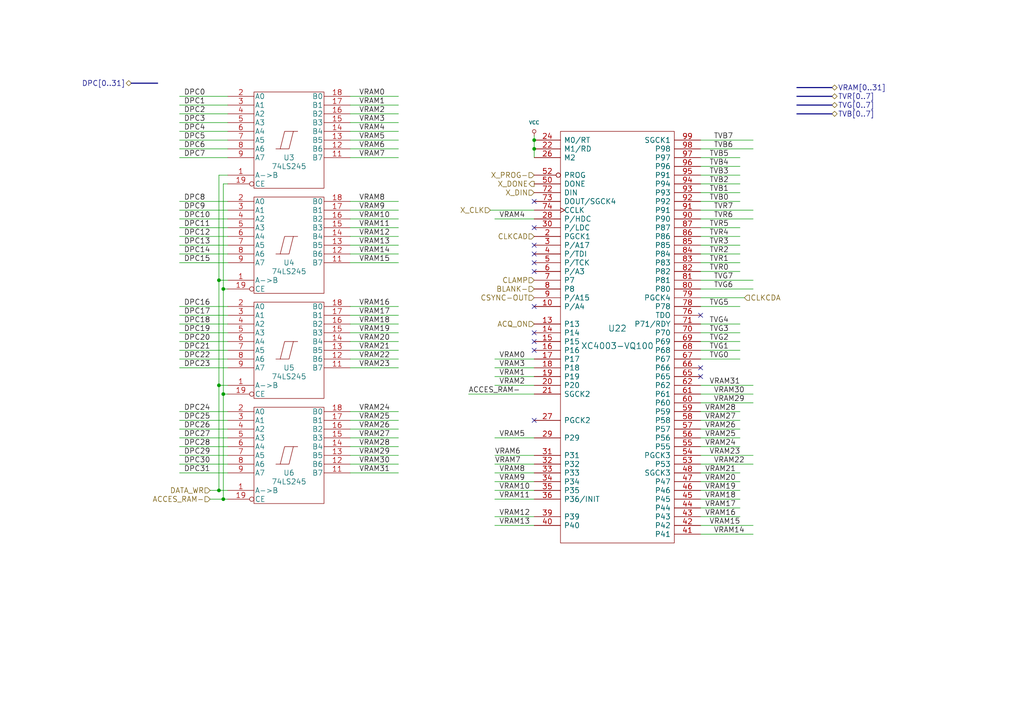
<source format=kicad_sch>
(kicad_sch (version 20210126) (generator eeschema)
  (paper "A4")
  (title_block (title "Video") (date "Sun 22 Mar 2015") (rev "2.0B") (company "Kicad EDA"))
  (lib_symbols
    (symbol "video_schlib:74LS245" (pin_names (offset 0.254))
      (property "Reference" "U" (at 2.54 14.605 0))
      (property "Value" "74LS245" (at 1.27 -14.605 0))
      (symbol "74LS245_0_0"
        (pin power_in line (at 0 -13.97 90) (length 0) hide (name "GND") (number "10"))
        (pin power_in line (at 0 13.97 270) (length 0) hide (name "VCC") (number "20"))
      )
      (symbol "74LS245_0_1"
        (rectangle (start -10.16 13.97) (end 10.16 -13.97))
        (polyline (pts (xy 1.27 2.54) (xy 0 -2.54) (xy -2.54 -2.54)))
        (polyline (pts (xy 2.54 2.54) (xy -1.27 2.54) (xy -2.54 -2.54) (xy -3.81 -2.54)))
      )
      (symbol "74LS245_1_1"
        (pin input line (at -17.78 -10.16 0) (length 7.62) (name "A->B") (number "1"))
        (pin tri_state line (at 17.78 -5.08 180) (length 7.62) (name "B7") (number "11"))
        (pin tri_state line (at 17.78 -2.54 180) (length 7.62) (name "B6") (number "12"))
        (pin tri_state line (at 17.78 0 180) (length 7.62) (name "B5") (number "13"))
        (pin tri_state line (at 17.78 2.54 180) (length 7.62) (name "B4") (number "14"))
        (pin tri_state line (at 17.78 5.08 180) (length 7.62) (name "B3") (number "15"))
        (pin tri_state line (at 17.78 7.62 180) (length 7.62) (name "B2") (number "16"))
        (pin tri_state line (at 17.78 10.16 180) (length 7.62) (name "B1") (number "17"))
        (pin tri_state line (at 17.78 12.7 180) (length 7.62) (name "B0") (number "18"))
        (pin input inverted (at -17.78 -12.7 0) (length 7.62) (name "CE") (number "19"))
        (pin tri_state line (at -17.78 12.7 0) (length 7.62) (name "A0") (number "2"))
        (pin tri_state line (at -17.78 10.16 0) (length 7.62) (name "A1") (number "3"))
        (pin tri_state line (at -17.78 7.62 0) (length 7.62) (name "A2") (number "4"))
        (pin tri_state line (at -17.78 5.08 0) (length 7.62) (name "A3") (number "5"))
        (pin tri_state line (at -17.78 2.54 0) (length 7.62) (name "A4") (number "6"))
        (pin tri_state line (at -17.78 0 0) (length 7.62) (name "A5") (number "7"))
        (pin tri_state line (at -17.78 -2.54 0) (length 7.62) (name "A6") (number "8"))
        (pin tri_state line (at -17.78 -5.08 0) (length 7.62) (name "A7") (number "9"))
      )
    )
    (symbol "video_schlib:VCC" (power) (pin_names (offset 0))
      (property "Value" "VCC" (at 0 2.54 0))
      (symbol "VCC_0_0"
        (pin power_in line (at 0 0 90) (length 0) hide (name "VCC") (number "1"))
      )
      (symbol "VCC_0_1"
        (circle (center 0 1.27) (radius 0.508))
        (polyline (pts (xy 0 0) (xy 0 0.762) (xy 0 0.762)))
      )
    )
    (symbol "video_schlib:XC4003-VQ100" (pin_names (offset 1.016))
      (property "Reference" "U" (at 0 2.54 0))
      (property "Value" "XC4003-VQ100" (at 0 -2.54 0))
      (symbol "XC4003-VQ100_0_1"
        (rectangle (start -16.51 -59.69) (end 16.51 59.69))
      )
      (symbol "XC4003-VQ100_1_1"
        (pin power_in line (at -13.97 -59.69 90) (length 0) hide (name "GND") (number "1"))
        (pin passive line (at -24.13 8.89 0) (length 7.62) (name "P/A4") (number "10"))
        (pin power_in line (at 3.81 59.69 270) (length 0) hide (name "VCC") (number "100"))
        (pin power_in line (at -11.43 -59.69 90) (length 0) hide (name "GND") (number "11"))
        (pin power_in line (at -13.97 59.69 270) (length 0) hide (name "VCC") (number "12"))
        (pin bidirectional line (at -24.13 3.81 0) (length 7.62) (name "P13") (number "13"))
        (pin passive line (at -24.13 1.27 0) (length 7.62) (name "P14") (number "14"))
        (pin passive line (at -24.13 -1.27 0) (length 7.62) (name "P15") (number "15"))
        (pin passive line (at -24.13 -3.81 0) (length 7.62) (name "P16") (number "16"))
        (pin passive line (at -24.13 -6.35 0) (length 7.62) (name "P17") (number "17"))
        (pin passive line (at -24.13 -8.89 0) (length 7.62) (name "P18") (number "18"))
        (pin passive line (at -24.13 -11.43 0) (length 7.62) (name "P19") (number "19"))
        (pin passive line (at -24.13 29.21 0) (length 7.62) (name "PGCK1") (number "2"))
        (pin passive line (at -24.13 -13.97 0) (length 7.62) (name "P20") (number "20"))
        (pin passive line (at -24.13 -16.51 0) (length 7.62) (name "SGCK2") (number "21"))
        (pin input line (at -24.13 54.61 0) (length 7.62) (name "M1/RD") (number "22"))
        (pin power_in line (at -8.89 -59.69 90) (length 0) hide (name "GND") (number "23"))
        (pin input line (at -24.13 57.15 0) (length 7.62) (name "M0/RT") (number "24"))
        (pin power_in line (at -11.43 59.69 270) (length 0) hide (name "VCC") (number "25"))
        (pin passive line (at -24.13 52.07 0) (length 7.62) (name "M2") (number "26"))
        (pin passive line (at -24.13 -24.13 0) (length 7.62) (name "PGCK2") (number "27"))
        (pin passive line (at -24.13 34.29 0) (length 7.62) (name "P/HDC") (number "28"))
        (pin passive line (at -24.13 -29.21 0) (length 7.62) (name "P29") (number "29"))
        (pin passive line (at -24.13 26.67 0) (length 7.62) (name "P/A17") (number "3"))
        (pin passive line (at -24.13 31.75 0) (length 7.62) (name "P/LDC") (number "30"))
        (pin passive line (at -24.13 -34.29 0) (length 7.62) (name "P31") (number "31"))
        (pin passive line (at -24.13 -36.83 0) (length 7.62) (name "P32") (number "32"))
        (pin passive line (at -24.13 -39.37 0) (length 7.62) (name "P33") (number "33"))
        (pin passive line (at -24.13 -41.91 0) (length 7.62) (name "P34") (number "34"))
        (pin passive line (at -24.13 -44.45 0) (length 7.62) (name "P35") (number "35"))
        (pin passive line (at -24.13 -46.99 0) (length 7.62) (name "P36/INIT") (number "36"))
        (pin power_in line (at -8.89 59.69 270) (length 0) hide (name "VCC") (number "37"))
        (pin power_in line (at -6.35 -59.69 90) (length 0) hide (name "GND") (number "38"))
        (pin passive line (at -24.13 -52.07 0) (length 7.62) (name "P39") (number "39"))
        (pin passive line (at -24.13 24.13 0) (length 7.62) (name "P/TDI") (number "4"))
        (pin passive line (at -24.13 -54.61 0) (length 7.62) (name "P40") (number "40"))
        (pin passive line (at 24.13 -57.15 180) (length 7.62) (name "P41") (number "41"))
        (pin passive line (at 24.13 -54.61 180) (length 7.62) (name "P42") (number "42"))
        (pin passive line (at 24.13 -52.07 180) (length 7.62) (name "P43") (number "43"))
        (pin passive line (at 24.13 -49.53 180) (length 7.62) (name "P44") (number "44"))
        (pin passive line (at 24.13 -46.99 180) (length 7.62) (name "P45") (number "45"))
        (pin passive line (at 24.13 -44.45 180) (length 7.62) (name "P46") (number "46"))
        (pin passive line (at 24.13 -41.91 180) (length 7.62) (name "P47") (number "47"))
        (pin passive line (at 24.13 -39.37 180) (length 7.62) (name "SGCK3") (number "48"))
        (pin power_in line (at -3.81 -59.69 90) (length 0) hide (name "GND") (number "49"))
        (pin passive line (at -24.13 21.59 0) (length 7.62) (name "P/TCK") (number "5"))
        (pin open_collector line (at -24.13 44.45 0) (length 7.62) (name "DONE") (number "50"))
        (pin power_in line (at -6.35 59.69 270) (length 0) hide (name "VCC") (number "51"))
        (pin input inverted (at -24.13 46.99 0) (length 7.62) (name "PROG") (number "52"))
        (pin bidirectional line (at 24.13 -36.83 180) (length 7.62) (name "P53") (number "53"))
        (pin bidirectional line (at 24.13 -34.29 180) (length 7.62) (name "PGCK3") (number "54"))
        (pin passive line (at 24.13 -31.75 180) (length 7.62) (name "P55") (number "55"))
        (pin bidirectional line (at 24.13 -29.21 180) (length 7.62) (name "P56") (number "56"))
        (pin passive line (at 24.13 -26.67 180) (length 7.62) (name "P57") (number "57"))
        (pin passive line (at 24.13 -24.13 180) (length 7.62) (name "P58") (number "58"))
        (pin passive line (at 24.13 -21.59 180) (length 7.62) (name "P59") (number "59"))
        (pin passive line (at -24.13 19.05 0) (length 7.62) (name "P/A3") (number "6"))
        (pin passive line (at 24.13 -19.05 180) (length 7.62) (name "P60") (number "60"))
        (pin passive line (at 24.13 -16.51 180) (length 7.62) (name "P61") (number "61"))
        (pin passive line (at 24.13 -13.97 180) (length 7.62) (name "P62") (number "62"))
        (pin power_in line (at -3.81 59.69 270) (length 0) hide (name "VCC") (number "63"))
        (pin power_in line (at -1.27 -59.69 90) (length 0) hide (name "GND") (number "64"))
        (pin passive line (at 24.13 -11.43 180) (length 7.62) (name "P65") (number "65"))
        (pin passive line (at 24.13 -8.89 180) (length 7.62) (name "P66") (number "66"))
        (pin passive line (at 24.13 -6.35 180) (length 7.62) (name "P67") (number "67"))
        (pin passive line (at 24.13 -3.81 180) (length 7.62) (name "P68") (number "68"))
        (pin passive line (at 24.13 -1.27 180) (length 7.62) (name "P69") (number "69"))
        (pin passive line (at -24.13 16.51 0) (length 7.62) (name "P7") (number "7"))
        (pin passive line (at 24.13 1.27 180) (length 7.62) (name "P70") (number "70"))
        (pin passive line (at 24.13 3.81 180) (length 7.62) (name "P71/RDY") (number "71"))
        (pin passive line (at -24.13 41.91 0) (length 7.62) (name "DIN") (number "72"))
        (pin passive line (at -24.13 39.37 0) (length 7.62) (name "DOUT/SGCK4") (number "73"))
        (pin input clock (at -24.13 36.83 0) (length 7.62) (name "CCLK") (number "74"))
        (pin power_in line (at -1.27 59.69 270) (length 0) hide (name "VCC") (number "75"))
        (pin output line (at 24.13 6.35 180) (length 7.62) (name "TDO") (number "76"))
        (pin power_in line (at 1.27 -59.69 90) (length 0) hide (name "GND") (number "77"))
        (pin passive line (at 24.13 8.89 180) (length 7.62) (name "P78") (number "78"))
        (pin passive line (at 24.13 11.43 180) (length 7.62) (name "PGCK4") (number "79"))
        (pin passive line (at -24.13 13.97 0) (length 7.62) (name "P8") (number "8"))
        (pin passive line (at 24.13 13.97 180) (length 7.62) (name "P80") (number "80"))
        (pin passive line (at 24.13 16.51 180) (length 7.62) (name "P81") (number "81"))
        (pin passive line (at 24.13 19.05 180) (length 7.62) (name "P82") (number "82"))
        (pin passive line (at 24.13 21.59 180) (length 7.62) (name "P83") (number "83"))
        (pin passive line (at 24.13 24.13 180) (length 7.62) (name "P84") (number "84"))
        (pin passive line (at 24.13 26.67 180) (length 7.62) (name "P85") (number "85"))
        (pin passive line (at 24.13 29.21 180) (length 7.62) (name "P86") (number "86"))
        (pin passive line (at 24.13 31.75 180) (length 7.62) (name "P87") (number "87"))
        (pin power_in line (at 3.81 -59.69 90) (length 0) hide (name "GND") (number "88"))
        (pin power_in line (at 1.27 59.69 270) (length 0) hide (name "VCC") (number "89"))
        (pin passive line (at -24.13 11.43 0) (length 7.62) (name "P/A15") (number "9"))
        (pin bidirectional line (at 24.13 34.29 180) (length 7.62) (name "P90") (number "90"))
        (pin passive line (at 24.13 36.83 180) (length 7.62) (name "P91") (number "91"))
        (pin passive line (at 24.13 39.37 180) (length 7.62) (name "P92") (number "92"))
        (pin passive line (at 24.13 41.91 180) (length 7.62) (name "P93") (number "93"))
        (pin passive line (at 24.13 44.45 180) (length 7.62) (name "P94") (number "94"))
        (pin passive line (at 24.13 46.99 180) (length 7.62) (name "P91") (number "95"))
        (pin passive line (at 24.13 49.53 180) (length 7.62) (name "P96") (number "96"))
        (pin passive line (at 24.13 52.07 180) (length 7.62) (name "P97") (number "97"))
        (pin bidirectional line (at 24.13 54.61 180) (length 7.62) (name "P98") (number "98"))
        (pin bidirectional line (at 24.13 57.15 180) (length 7.62) (name "SGCK1") (number "99"))
      )
    )
  )
  (junction (at 63.5 81.28) (diameter 0.9144))
  (junction (at 63.5 111.76) (diameter 0.9144))
  (junction (at 63.5 142.24) (diameter 0.9144))
  (junction (at 64.77 83.82) (diameter 0.9144))
  (junction (at 64.77 114.3) (diameter 0.9144))
  (junction (at 64.77 144.78) (diameter 0.9144))
  (junction (at 154.94 40.64) (diameter 0.9144))
  (junction (at 154.94 43.18) (diameter 0.9144))
  (no_connect (at 154.94 58.42))
  (no_connect (at 154.94 66.04))
  (no_connect (at 154.94 71.12))
  (no_connect (at 154.94 73.66))
  (no_connect (at 154.94 76.2))
  (no_connect (at 154.94 78.74))
  (no_connect (at 154.94 88.9))
  (no_connect (at 154.94 96.52))
  (no_connect (at 154.94 99.06))
  (no_connect (at 154.94 101.6))
  (no_connect (at 154.94 121.92))
  (no_connect (at 203.2 91.44))
  (no_connect (at 203.2 106.68))
  (no_connect (at 203.2 109.22))
  (wire (pts (xy 60.96 142.24) (xy 63.5 142.24)))
  (wire (pts (xy 63.5 50.8) (xy 66.04 50.8)))
  (wire (pts (xy 63.5 81.28) (xy 63.5 50.8)))
  (wire (pts (xy 63.5 111.76) (xy 63.5 81.28)))
  (wire (pts (xy 63.5 142.24) (xy 63.5 111.76)))
  (wire (pts (xy 63.5 142.24) (xy 66.04 142.24)))
  (wire (pts (xy 64.77 53.34) (xy 66.04 53.34)))
  (wire (pts (xy 64.77 83.82) (xy 64.77 53.34)))
  (wire (pts (xy 64.77 114.3) (xy 64.77 83.82)))
  (wire (pts (xy 64.77 144.78) (xy 60.96 144.78)))
  (wire (pts (xy 64.77 144.78) (xy 64.77 114.3)))
  (wire (pts (xy 66.04 27.94) (xy 52.07 27.94)))
  (wire (pts (xy 66.04 30.48) (xy 52.07 30.48)))
  (wire (pts (xy 66.04 33.02) (xy 52.07 33.02)))
  (wire (pts (xy 66.04 35.56) (xy 52.07 35.56)))
  (wire (pts (xy 66.04 38.1) (xy 52.07 38.1)))
  (wire (pts (xy 66.04 40.64) (xy 52.07 40.64)))
  (wire (pts (xy 66.04 43.18) (xy 52.07 43.18)))
  (wire (pts (xy 66.04 45.72) (xy 52.07 45.72)))
  (wire (pts (xy 66.04 58.42) (xy 52.07 58.42)))
  (wire (pts (xy 66.04 60.96) (xy 52.07 60.96)))
  (wire (pts (xy 66.04 63.5) (xy 52.07 63.5)))
  (wire (pts (xy 66.04 66.04) (xy 52.07 66.04)))
  (wire (pts (xy 66.04 68.58) (xy 52.07 68.58)))
  (wire (pts (xy 66.04 71.12) (xy 52.07 71.12)))
  (wire (pts (xy 66.04 73.66) (xy 52.07 73.66)))
  (wire (pts (xy 66.04 76.2) (xy 52.07 76.2)))
  (wire (pts (xy 66.04 81.28) (xy 63.5 81.28)))
  (wire (pts (xy 66.04 83.82) (xy 64.77 83.82)))
  (wire (pts (xy 66.04 88.9) (xy 52.07 88.9)))
  (wire (pts (xy 66.04 91.44) (xy 52.07 91.44)))
  (wire (pts (xy 66.04 93.98) (xy 52.07 93.98)))
  (wire (pts (xy 66.04 96.52) (xy 52.07 96.52)))
  (wire (pts (xy 66.04 99.06) (xy 52.07 99.06)))
  (wire (pts (xy 66.04 101.6) (xy 52.07 101.6)))
  (wire (pts (xy 66.04 104.14) (xy 52.07 104.14)))
  (wire (pts (xy 66.04 106.68) (xy 52.07 106.68)))
  (wire (pts (xy 66.04 111.76) (xy 63.5 111.76)))
  (wire (pts (xy 66.04 114.3) (xy 64.77 114.3)))
  (wire (pts (xy 66.04 119.38) (xy 52.07 119.38)))
  (wire (pts (xy 66.04 121.92) (xy 52.07 121.92)))
  (wire (pts (xy 66.04 124.46) (xy 52.07 124.46)))
  (wire (pts (xy 66.04 127) (xy 52.07 127)))
  (wire (pts (xy 66.04 129.54) (xy 52.07 129.54)))
  (wire (pts (xy 66.04 132.08) (xy 52.07 132.08)))
  (wire (pts (xy 66.04 134.62) (xy 52.07 134.62)))
  (wire (pts (xy 66.04 137.16) (xy 52.07 137.16)))
  (wire (pts (xy 66.04 144.78) (xy 64.77 144.78)))
  (wire (pts (xy 101.6 27.94) (xy 115.57 27.94)))
  (wire (pts (xy 101.6 30.48) (xy 115.57 30.48)))
  (wire (pts (xy 101.6 33.02) (xy 115.57 33.02)))
  (wire (pts (xy 101.6 35.56) (xy 115.57 35.56)))
  (wire (pts (xy 101.6 38.1) (xy 115.57 38.1)))
  (wire (pts (xy 101.6 40.64) (xy 115.57 40.64)))
  (wire (pts (xy 101.6 43.18) (xy 115.57 43.18)))
  (wire (pts (xy 101.6 45.72) (xy 115.57 45.72)))
  (wire (pts (xy 101.6 58.42) (xy 115.57 58.42)))
  (wire (pts (xy 101.6 60.96) (xy 115.57 60.96)))
  (wire (pts (xy 101.6 63.5) (xy 115.57 63.5)))
  (wire (pts (xy 101.6 66.04) (xy 115.57 66.04)))
  (wire (pts (xy 101.6 68.58) (xy 115.57 68.58)))
  (wire (pts (xy 101.6 71.12) (xy 115.57 71.12)))
  (wire (pts (xy 101.6 73.66) (xy 115.57 73.66)))
  (wire (pts (xy 101.6 76.2) (xy 115.57 76.2)))
  (wire (pts (xy 101.6 88.9) (xy 115.57 88.9)))
  (wire (pts (xy 101.6 91.44) (xy 115.57 91.44)))
  (wire (pts (xy 101.6 93.98) (xy 115.57 93.98)))
  (wire (pts (xy 101.6 96.52) (xy 115.57 96.52)))
  (wire (pts (xy 101.6 99.06) (xy 115.57 99.06)))
  (wire (pts (xy 101.6 101.6) (xy 115.57 101.6)))
  (wire (pts (xy 101.6 104.14) (xy 115.57 104.14)))
  (wire (pts (xy 101.6 106.68) (xy 115.57 106.68)))
  (wire (pts (xy 101.6 119.38) (xy 115.57 119.38)))
  (wire (pts (xy 101.6 121.92) (xy 115.57 121.92)))
  (wire (pts (xy 101.6 124.46) (xy 115.57 124.46)))
  (wire (pts (xy 101.6 127) (xy 115.57 127)))
  (wire (pts (xy 101.6 129.54) (xy 115.57 129.54)))
  (wire (pts (xy 101.6 132.08) (xy 115.57 132.08)))
  (wire (pts (xy 101.6 134.62) (xy 115.57 134.62)))
  (wire (pts (xy 101.6 137.16) (xy 115.57 137.16)))
  (wire (pts (xy 143.51 63.5) (xy 154.94 63.5)))
  (wire (pts (xy 143.51 104.14) (xy 154.94 104.14)))
  (wire (pts (xy 143.51 106.68) (xy 154.94 106.68)))
  (wire (pts (xy 143.51 109.22) (xy 154.94 109.22)))
  (wire (pts (xy 143.51 111.76) (xy 154.94 111.76)))
  (wire (pts (xy 143.51 127) (xy 154.94 127)))
  (wire (pts (xy 143.51 137.16) (xy 154.94 137.16)))
  (wire (pts (xy 143.51 139.7) (xy 154.94 139.7)))
  (wire (pts (xy 143.51 142.24) (xy 154.94 142.24)))
  (wire (pts (xy 143.51 144.78) (xy 154.94 144.78)))
  (wire (pts (xy 143.51 149.86) (xy 154.94 149.86)))
  (wire (pts (xy 143.51 152.4) (xy 154.94 152.4)))
  (wire (pts (xy 154.94 40.64) (xy 154.94 39.37)))
  (wire (pts (xy 154.94 43.18) (xy 154.94 40.64)))
  (wire (pts (xy 154.94 45.72) (xy 154.94 43.18)))
  (wire (pts (xy 154.94 60.96) (xy 142.24 60.96)))
  (wire (pts (xy 154.94 114.3) (xy 135.89 114.3)))
  (wire (pts (xy 154.94 132.08) (xy 143.51 132.08)))
  (wire (pts (xy 154.94 134.62) (xy 143.51 134.62)))
  (wire (pts (xy 203.2 45.72) (xy 214.63 45.72)))
  (wire (pts (xy 203.2 48.26) (xy 214.63 48.26)))
  (wire (pts (xy 203.2 50.8) (xy 214.63 50.8)))
  (wire (pts (xy 203.2 53.34) (xy 214.63 53.34)))
  (wire (pts (xy 203.2 55.88) (xy 214.63 55.88)))
  (wire (pts (xy 203.2 58.42) (xy 214.63 58.42)))
  (wire (pts (xy 203.2 66.04) (xy 214.63 66.04)))
  (wire (pts (xy 203.2 68.58) (xy 214.63 68.58)))
  (wire (pts (xy 203.2 71.12) (xy 214.63 71.12)))
  (wire (pts (xy 203.2 73.66) (xy 214.63 73.66)))
  (wire (pts (xy 203.2 76.2) (xy 214.63 76.2)))
  (wire (pts (xy 203.2 78.74) (xy 214.63 78.74)))
  (wire (pts (xy 203.2 86.36) (xy 215.9 86.36)))
  (wire (pts (xy 203.2 88.9) (xy 214.63 88.9)))
  (wire (pts (xy 203.2 93.98) (xy 214.63 93.98)))
  (wire (pts (xy 203.2 96.52) (xy 214.63 96.52)))
  (wire (pts (xy 203.2 99.06) (xy 214.63 99.06)))
  (wire (pts (xy 203.2 101.6) (xy 214.63 101.6)))
  (wire (pts (xy 203.2 104.14) (xy 214.63 104.14)))
  (wire (pts (xy 203.2 119.38) (xy 214.63 119.38)))
  (wire (pts (xy 203.2 121.92) (xy 214.63 121.92)))
  (wire (pts (xy 203.2 124.46) (xy 214.63 124.46)))
  (wire (pts (xy 203.2 127) (xy 214.63 127)))
  (wire (pts (xy 203.2 129.54) (xy 214.63 129.54)))
  (wire (pts (xy 203.2 137.16) (xy 214.63 137.16)))
  (wire (pts (xy 203.2 139.7) (xy 214.63 139.7)))
  (wire (pts (xy 203.2 142.24) (xy 214.63 142.24)))
  (wire (pts (xy 203.2 144.78) (xy 214.63 144.78)))
  (wire (pts (xy 203.2 147.32) (xy 214.63 147.32)))
  (wire (pts (xy 203.2 149.86) (xy 214.63 149.86)))
  (wire (pts (xy 218.44 40.64) (xy 203.2 40.64)))
  (wire (pts (xy 218.44 43.18) (xy 203.2 43.18)))
  (wire (pts (xy 218.44 60.96) (xy 203.2 60.96)))
  (wire (pts (xy 218.44 63.5) (xy 203.2 63.5)))
  (wire (pts (xy 218.44 81.28) (xy 203.2 81.28)))
  (wire (pts (xy 218.44 83.82) (xy 203.2 83.82)))
  (wire (pts (xy 218.44 111.76) (xy 203.2 111.76)))
  (wire (pts (xy 218.44 114.3) (xy 203.2 114.3)))
  (wire (pts (xy 218.44 116.84) (xy 203.2 116.84)))
  (wire (pts (xy 218.44 132.08) (xy 203.2 132.08)))
  (wire (pts (xy 218.44 134.62) (xy 203.2 134.62)))
  (wire (pts (xy 218.44 152.4) (xy 203.2 152.4)))
  (wire (pts (xy 218.44 154.94) (xy 203.2 154.94)))
  (bus (pts (xy 38.1 24.13) (xy 45.72 24.13)))
  (bus (pts (xy 231.14 25.4) (xy 241.3 25.4)))
  (bus (pts (xy 231.14 27.94) (xy 241.3 27.94)))
  (bus (pts (xy 231.14 30.48) (xy 241.3 30.48)))
  (bus (pts (xy 231.14 33.02) (xy 241.3 33.02)))
  (label "DPC0" (at 53.34 27.94 0) (effects (font (size 1.524 1.524))))
  (label "DPC1" (at 53.34 30.48 0) (effects (font (size 1.524 1.524))))
  (label "DPC2" (at 53.34 33.02 0) (effects (font (size 1.524 1.524))))
  (label "DPC3" (at 53.34 35.56 0) (effects (font (size 1.524 1.524))))
  (label "DPC4" (at 53.34 38.1 0) (effects (font (size 1.524 1.524))))
  (label "DPC5" (at 53.34 40.64 0) (effects (font (size 1.524 1.524))))
  (label "DPC6" (at 53.34 43.18 0) (effects (font (size 1.524 1.524))))
  (label "DPC7" (at 53.34 45.72 0) (effects (font (size 1.524 1.524))))
  (label "DPC8" (at 53.34 58.42 0) (effects (font (size 1.524 1.524))))
  (label "DPC9" (at 53.34 60.96 0) (effects (font (size 1.524 1.524))))
  (label "DPC10" (at 53.34 63.5 0) (effects (font (size 1.524 1.524))))
  (label "DPC11" (at 53.34 66.04 0) (effects (font (size 1.524 1.524))))
  (label "DPC12" (at 53.34 68.58 0) (effects (font (size 1.524 1.524))))
  (label "DPC13" (at 53.34 71.12 0) (effects (font (size 1.524 1.524))))
  (label "DPC14" (at 53.34 73.66 0) (effects (font (size 1.524 1.524))))
  (label "DPC15" (at 53.34 76.2 0) (effects (font (size 1.524 1.524))))
  (label "DPC16" (at 53.34 88.9 0) (effects (font (size 1.524 1.524))))
  (label "DPC17" (at 53.34 91.44 0) (effects (font (size 1.524 1.524))))
  (label "DPC18" (at 53.34 93.98 0) (effects (font (size 1.524 1.524))))
  (label "DPC19" (at 53.34 96.52 0) (effects (font (size 1.524 1.524))))
  (label "DPC20" (at 53.34 99.06 0) (effects (font (size 1.524 1.524))))
  (label "DPC21" (at 53.34 101.6 0) (effects (font (size 1.524 1.524))))
  (label "DPC22" (at 53.34 104.14 0) (effects (font (size 1.524 1.524))))
  (label "DPC23" (at 53.34 106.68 0) (effects (font (size 1.524 1.524))))
  (label "DPC24" (at 53.34 119.38 0) (effects (font (size 1.524 1.524))))
  (label "DPC25" (at 53.34 121.92 0) (effects (font (size 1.524 1.524))))
  (label "DPC26" (at 53.34 124.46 0) (effects (font (size 1.524 1.524))))
  (label "DPC27" (at 53.34 127 0) (effects (font (size 1.524 1.524))))
  (label "DPC28" (at 53.34 129.54 0) (effects (font (size 1.524 1.524))))
  (label "DPC29" (at 53.34 132.08 0) (effects (font (size 1.524 1.524))))
  (label "DPC30" (at 53.34 134.62 0) (effects (font (size 1.524 1.524))))
  (label "DPC31" (at 53.34 137.16 0) (effects (font (size 1.524 1.524))))
  (label "VRAM0" (at 104.14 27.94 0) (effects (font (size 1.524 1.524))))
  (label "VRAM1" (at 104.14 30.48 0) (effects (font (size 1.524 1.524))))
  (label "VRAM2" (at 104.14 33.02 0) (effects (font (size 1.524 1.524))))
  (label "VRAM3" (at 104.14 35.56 0) (effects (font (size 1.524 1.524))))
  (label "VRAM4" (at 104.14 38.1 0) (effects (font (size 1.524 1.524))))
  (label "VRAM5" (at 104.14 40.64 0) (effects (font (size 1.524 1.524))))
  (label "VRAM6" (at 104.14 43.18 0) (effects (font (size 1.524 1.524))))
  (label "VRAM7" (at 104.14 45.72 0) (effects (font (size 1.524 1.524))))
  (label "VRAM8" (at 104.14 58.42 0) (effects (font (size 1.524 1.524))))
  (label "VRAM9" (at 104.14 60.96 0) (effects (font (size 1.524 1.524))))
  (label "VRAM10" (at 104.14 63.5 0) (effects (font (size 1.524 1.524))))
  (label "VRAM11" (at 104.14 66.04 0) (effects (font (size 1.524 1.524))))
  (label "VRAM12" (at 104.14 68.58 0) (effects (font (size 1.524 1.524))))
  (label "VRAM13" (at 104.14 71.12 0) (effects (font (size 1.524 1.524))))
  (label "VRAM14" (at 104.14 73.66 0) (effects (font (size 1.524 1.524))))
  (label "VRAM15" (at 104.14 76.2 0) (effects (font (size 1.524 1.524))))
  (label "VRAM16" (at 104.14 88.9 0) (effects (font (size 1.524 1.524))))
  (label "VRAM17" (at 104.14 91.44 0) (effects (font (size 1.524 1.524))))
  (label "VRAM18" (at 104.14 93.98 0) (effects (font (size 1.524 1.524))))
  (label "VRAM19" (at 104.14 96.52 0) (effects (font (size 1.524 1.524))))
  (label "VRAM20" (at 104.14 99.06 0) (effects (font (size 1.524 1.524))))
  (label "VRAM21" (at 104.14 101.6 0) (effects (font (size 1.524 1.524))))
  (label "VRAM22" (at 104.14 104.14 0) (effects (font (size 1.524 1.524))))
  (label "VRAM23" (at 104.14 106.68 0) (effects (font (size 1.524 1.524))))
  (label "VRAM24" (at 104.14 119.38 0) (effects (font (size 1.524 1.524))))
  (label "VRAM25" (at 104.14 121.92 0) (effects (font (size 1.524 1.524))))
  (label "VRAM26" (at 104.14 124.46 0) (effects (font (size 1.524 1.524))))
  (label "VRAM27" (at 104.14 127 0) (effects (font (size 1.524 1.524))))
  (label "VRAM28" (at 104.14 129.54 0) (effects (font (size 1.524 1.524))))
  (label "VRAM29" (at 104.14 132.08 0) (effects (font (size 1.524 1.524))))
  (label "VRAM30" (at 104.14 134.62 0) (effects (font (size 1.524 1.524))))
  (label "VRAM31" (at 104.14 137.16 0) (effects (font (size 1.524 1.524))))
  (label "ACCES_RAM-" (at 135.89 114.3 0) (effects (font (size 1.524 1.524))))
  (label "VRAM6" (at 143.51 132.08 0) (effects (font (size 1.524 1.524))))
  (label "VRAM7" (at 143.51 134.62 0) (effects (font (size 1.524 1.524))))
  (label "VRAM4" (at 144.78 63.5 0) (effects (font (size 1.524 1.524))))
  (label "VRAM0" (at 144.78 104.14 0) (effects (font (size 1.524 1.524))))
  (label "VRAM3" (at 144.78 106.68 0) (effects (font (size 1.524 1.524))))
  (label "VRAM1" (at 144.78 109.22 0) (effects (font (size 1.524 1.524))))
  (label "VRAM2" (at 144.78 111.76 0) (effects (font (size 1.524 1.524))))
  (label "VRAM5" (at 144.78 127 0) (effects (font (size 1.524 1.524))))
  (label "VRAM8" (at 144.78 137.16 0) (effects (font (size 1.524 1.524))))
  (label "VRAM9" (at 144.78 139.7 0) (effects (font (size 1.524 1.524))))
  (label "VRAM10" (at 144.78 142.24 0) (effects (font (size 1.524 1.524))))
  (label "VRAM11" (at 144.78 144.78 0) (effects (font (size 1.524 1.524))))
  (label "VRAM12" (at 144.78 149.86 0) (effects (font (size 1.524 1.524))))
  (label "VRAM13" (at 144.78 152.4 0) (effects (font (size 1.524 1.524))))
  (label "VRAM28" (at 204.47 119.38 0) (effects (font (size 1.524 1.524))))
  (label "VRAM27" (at 204.47 121.92 0) (effects (font (size 1.524 1.524))))
  (label "VRAM26" (at 204.47 124.46 0) (effects (font (size 1.524 1.524))))
  (label "VRAM25" (at 204.47 127 0) (effects (font (size 1.524 1.524))))
  (label "VRAM24" (at 204.47 129.54 0) (effects (font (size 1.524 1.524))))
  (label "VRAM21" (at 204.47 137.16 0) (effects (font (size 1.524 1.524))))
  (label "VRAM20" (at 204.47 139.7 0) (effects (font (size 1.524 1.524))))
  (label "VRAM19" (at 204.47 142.24 0) (effects (font (size 1.524 1.524))))
  (label "VRAM18" (at 204.47 144.78 0) (effects (font (size 1.524 1.524))))
  (label "VRAM17" (at 204.47 147.32 0) (effects (font (size 1.524 1.524))))
  (label "VRAM16" (at 204.47 149.86 0) (effects (font (size 1.524 1.524))))
  (label "TVB5" (at 205.74 45.72 0) (effects (font (size 1.524 1.524))))
  (label "TVB4" (at 205.74 48.26 0) (effects (font (size 1.524 1.524))))
  (label "TVB3" (at 205.74 50.8 0) (effects (font (size 1.524 1.524))))
  (label "TVB2" (at 205.74 53.34 0) (effects (font (size 1.524 1.524))))
  (label "TVB1" (at 205.74 55.88 0) (effects (font (size 1.524 1.524))))
  (label "TVB0" (at 205.74 58.42 0) (effects (font (size 1.524 1.524))))
  (label "TVR5" (at 205.74 66.04 0) (effects (font (size 1.524 1.524))))
  (label "TVR4" (at 205.74 68.58 0) (effects (font (size 1.524 1.524))))
  (label "TVR3" (at 205.74 71.12 0) (effects (font (size 1.524 1.524))))
  (label "TVR2" (at 205.74 73.66 0) (effects (font (size 1.524 1.524))))
  (label "TVR1" (at 205.74 76.2 0) (effects (font (size 1.524 1.524))))
  (label "TVR0" (at 205.74 78.74 0) (effects (font (size 1.524 1.524))))
  (label "TVG5" (at 205.74 88.9 0) (effects (font (size 1.524 1.524))))
  (label "TVG4" (at 205.74 93.98 0) (effects (font (size 1.524 1.524))))
  (label "TVG3" (at 205.74 96.52 0) (effects (font (size 1.524 1.524))))
  (label "TVG2" (at 205.74 99.06 0) (effects (font (size 1.524 1.524))))
  (label "TVG1" (at 205.74 101.6 0) (effects (font (size 1.524 1.524))))
  (label "TVG0" (at 205.74 104.14 0) (effects (font (size 1.524 1.524))))
  (label "VRAM31" (at 205.74 111.76 0) (effects (font (size 1.524 1.524))))
  (label "VRAM23" (at 205.74 132.08 0) (effects (font (size 1.524 1.524))))
  (label "VRAM15" (at 205.74 152.4 0) (effects (font (size 1.524 1.524))))
  (label "TVB7" (at 207.01 40.64 0) (effects (font (size 1.524 1.524))))
  (label "TVB6" (at 207.01 43.18 0) (effects (font (size 1.524 1.524))))
  (label "TVR7" (at 207.01 60.96 0) (effects (font (size 1.524 1.524))))
  (label "TVR6" (at 207.01 63.5 0) (effects (font (size 1.524 1.524))))
  (label "TVG7" (at 207.01 81.28 0) (effects (font (size 1.524 1.524))))
  (label "TVG6" (at 207.01 83.82 0) (effects (font (size 1.524 1.524))))
  (label "VRAM30" (at 207.01 114.3 0) (effects (font (size 1.524 1.524))))
  (label "VRAM29" (at 207.01 116.84 0) (effects (font (size 1.524 1.524))))
  (label "VRAM22" (at 207.01 134.62 0) (effects (font (size 1.524 1.524))))
  (label "VRAM14" (at 207.01 154.94 0) (effects (font (size 1.524 1.524))))
  (hierarchical_label "DPC[0..31]" (shape bidirectional) (at 38.1 24.13 180) (effects (font (size 1.524 1.524))))
  (hierarchical_label "DATA_WR" (shape input) (at 60.96 142.24 180) (effects (font (size 1.524 1.524))))
  (hierarchical_label "ACCES_RAM-" (shape input) (at 60.96 144.78 180) (effects (font (size 1.524 1.524))))
  (hierarchical_label "X_CLK" (shape input) (at 142.24 60.96 180) (effects (font (size 1.524 1.524))))
  (hierarchical_label "X_PROG-" (shape input) (at 154.94 50.8 180) (effects (font (size 1.524 1.524))))
  (hierarchical_label "X_DONE" (shape output) (at 154.94 53.34 180) (effects (font (size 1.524 1.524))))
  (hierarchical_label "X_DIN" (shape input) (at 154.94 55.88 180) (effects (font (size 1.524 1.524))))
  (hierarchical_label "CLKCAD" (shape input) (at 154.94 68.58 180) (effects (font (size 1.524 1.524))))
  (hierarchical_label "CLAMP" (shape input) (at 154.94 81.28 180) (effects (font (size 1.524 1.524))))
  (hierarchical_label "BLANK-" (shape input) (at 154.94 83.82 180) (effects (font (size 1.524 1.524))))
  (hierarchical_label "CSYNC-OUT" (shape input) (at 154.94 86.36 180) (effects (font (size 1.524 1.524))))
  (hierarchical_label "ACQ_ON" (shape input) (at 154.94 93.98 180) (effects (font (size 1.524 1.524))))
  (hierarchical_label "CLKCDA" (shape input) (at 215.9 86.36 0) (effects (font (size 1.524 1.524))))
  (hierarchical_label "VRAM[0..31]" (shape bidirectional) (at 241.3 25.4 0) (effects (font (size 1.524 1.524))))
  (hierarchical_label "TVR[0..7]" (shape bidirectional) (at 241.3 27.94 0) (effects (font (size 1.524 1.524))))
  (hierarchical_label "TVG[0..7]" (shape bidirectional) (at 241.3 30.48 0) (effects (font (size 1.524 1.524))))
  (hierarchical_label "TVB[0..7]" (shape bidirectional) (at 241.3 33.02 0) (effects (font (size 1.524 1.524))))
  (symbol (lib_id "video_schlib:VCC") (at 154.94 39.37 0) (unit 1)
    (property "Reference" "#PWR06" (effects hide))
    (property "Value" "VCC" (at 154.94 35.56 0) (effects (font (size 1.016 1.016))))
  )
  (symbol (lib_id "video_schlib:74LS245") (at 83.82 40.64 0) (unit 1)
    (property "Reference" "U3" (at 83.82 45.72 0) (effects (font (size 1.524 1.524))))
    (property "Value" "74LS245" (at 83.82 48.26 0) (effects (font (size 1.524 1.524))))
    (property "Footprint" "Package_SO:SOIC-20W_7.5x12.8mm_P1.27mm" (effects hide))
  )
  (symbol (lib_id "video_schlib:74LS245") (at 83.82 71.12 0) (unit 1)
    (property "Reference" "U4" (at 83.82 76.2 0) (effects (font (size 1.524 1.524))))
    (property "Value" "74LS245" (at 83.82 78.74 0) (effects (font (size 1.524 1.524))))
    (property "Footprint" "Package_SO:SOIC-20W_7.5x12.8mm_P1.27mm" (effects hide))
  )
  (symbol (lib_id "video_schlib:74LS245") (at 83.82 101.6 0) (unit 1)
    (property "Reference" "U5" (at 83.82 106.68 0) (effects (font (size 1.524 1.524))))
    (property "Value" "74LS245" (at 83.82 109.22 0) (effects (font (size 1.524 1.524))))
    (property "Footprint" "Package_SO:SOIC-20W_7.5x12.8mm_P1.27mm" (effects hide))
  )
  (symbol (lib_id "video_schlib:74LS245") (at 83.82 132.08 0) (unit 1)
    (property "Reference" "U6" (at 83.82 137.16 0) (effects (font (size 1.524 1.524))))
    (property "Value" "74LS245" (at 83.82 139.7 0) (effects (font (size 1.524 1.524))))
    (property "Footprint" "Package_SO:SOIC-20W_7.5x12.8mm_P1.27mm" (effects hide))
  )
  (symbol (lib_id "video_schlib:XC4003-VQ100") (at 179.07 97.79 0) (unit 1)
    (property "Reference" "U22" (at 179.07 95.25 0) (effects (font (size 1.778 1.778))))
    (property "Value" "XC4003-VQ100" (at 179.07 100.33 0) (effects (font (size 1.778 1.778))))
    (property "Footprint" "Package_QFP:TQFP-100_14x14mm_P0.5mm" (effects hide))
  )
)
</source>
